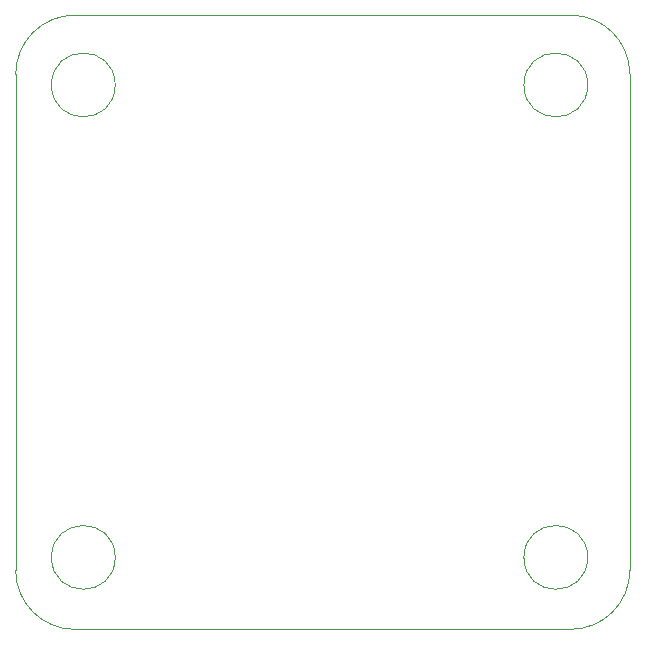
<source format=gm1>
%TF.GenerationSoftware,KiCad,Pcbnew,8.0.0-8.0.0-1~ubuntu22.04.1*%
%TF.CreationDate,2024-03-03T18:13:48+01:00*%
%TF.ProjectId,photohead-elec,70686f74-6f68-4656-9164-2d656c65632e,v01*%
%TF.SameCoordinates,Original*%
%TF.FileFunction,Profile,NP*%
%FSLAX46Y46*%
G04 Gerber Fmt 4.6, Leading zero omitted, Abs format (unit mm)*
G04 Created by KiCad (PCBNEW 8.0.0-8.0.0-1~ubuntu22.04.1) date 2024-03-03 18:13:48*
%MOMM*%
%LPD*%
G01*
G04 APERTURE LIST*
%TA.AperFunction,Profile*%
%ADD10C,0.050000*%
%TD*%
G04 APERTURE END LIST*
D10*
X160000000Y-43000000D02*
X202000000Y-43000000D01*
X207000000Y-48000000D02*
X207000000Y-90000000D01*
X160000000Y-95000000D02*
G75*
G02*
X155000000Y-90000000I0J5000000D01*
G01*
X155000000Y-48000000D02*
G75*
G02*
X160000000Y-43000000I5000000J0D01*
G01*
X203430000Y-88910000D02*
G75*
G02*
X198030000Y-88910000I-2700000J0D01*
G01*
X198030000Y-88910000D02*
G75*
G02*
X203430000Y-88910000I2700000J0D01*
G01*
X155000000Y-48000000D02*
X155000000Y-90000000D01*
X163430000Y-88910000D02*
G75*
G02*
X158030000Y-88910000I-2700000J0D01*
G01*
X158030000Y-88910000D02*
G75*
G02*
X163430000Y-88910000I2700000J0D01*
G01*
X203430000Y-48910000D02*
G75*
G02*
X198030000Y-48910000I-2700000J0D01*
G01*
X198030000Y-48910000D02*
G75*
G02*
X203430000Y-48910000I2700000J0D01*
G01*
X207000000Y-90000000D02*
G75*
G02*
X202000000Y-95000000I-5000000J0D01*
G01*
X163430000Y-48910000D02*
G75*
G02*
X158030000Y-48910000I-2700000J0D01*
G01*
X158030000Y-48910000D02*
G75*
G02*
X163430000Y-48910000I2700000J0D01*
G01*
X160000000Y-95000000D02*
X202000000Y-95000000D01*
X202000000Y-43000000D02*
G75*
G02*
X207000000Y-48000000I0J-5000000D01*
G01*
M02*

</source>
